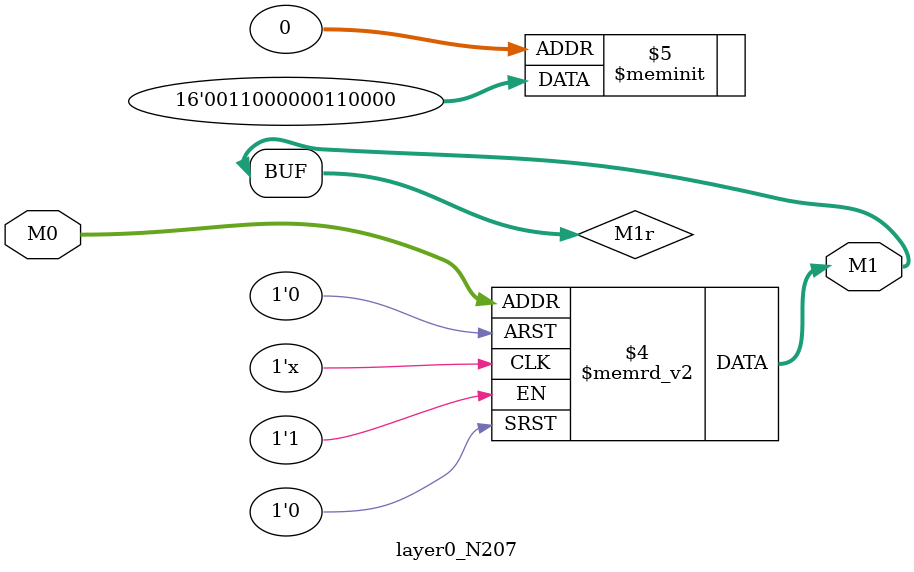
<source format=v>
module layer0_N207 ( input [2:0] M0, output [1:0] M1 );

	(*rom_style = "distributed" *) reg [1:0] M1r;
	assign M1 = M1r;
	always @ (M0) begin
		case (M0)
			3'b000: M1r = 2'b00;
			3'b100: M1r = 2'b00;
			3'b010: M1r = 2'b11;
			3'b110: M1r = 2'b11;
			3'b001: M1r = 2'b00;
			3'b101: M1r = 2'b00;
			3'b011: M1r = 2'b00;
			3'b111: M1r = 2'b00;

		endcase
	end
endmodule

</source>
